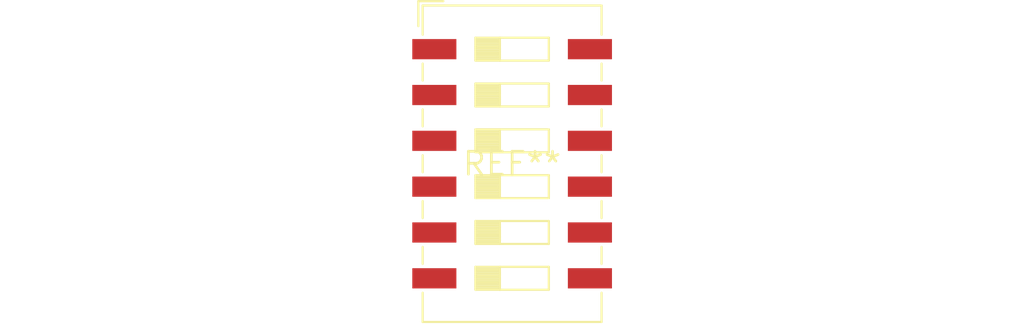
<source format=kicad_pcb>
(kicad_pcb (version 20240108) (generator pcbnew)
  (layers (0 "F.Cu" signal) (31 "B.Cu" signal) (34 "B.Paste" user) (35 "F.Paste" user) (36 "B.SilkS" user "B.Silkscreen") (37 "F.SilkS" user "F.Silkscreen") (38 "B.Mask" user) (39 "F.Mask" user) (44 "Edge.Cuts" user))
  (net 0 "")
  (footprint "SW_DIP_SPSTx06_Slide_9.78x17.42mm_W8.61mm_P2.54mm" (layer "F.Cu") (at 0 0)
    (property "Reference" "REF**")
    (property "Value" "SW_DIP_SPSTx06_Slide_9.78x17.42mm_W8.61mm_P2.54mm")
    (fp_line (start -5.19 -9.01) (end -5.19 -7.627) (layer "F.SilkS") (stroke (width 0.12)))
    (fp_line (start -5.19 -9.01) (end -3.806 -9.01) (layer "F.SilkS") (stroke (width 0.12)))
    (fp_line (start -4.95 -8.77) (end -4.95 -7.15) (layer "F.SilkS") (stroke (width 0.12)))
    (fp_line (start -4.95 -8.77) (end 4.95 -8.77) (layer "F.SilkS") (stroke (width 0.12)))
    (fp_line (start -4.95 -5.55) (end -4.95 -4.61) (layer "F.SilkS") (stroke (width 0.12)))
    (fp_line (start -4.95 -3.01) (end -4.95 -2.07) (layer "F.SilkS") (stroke (width 0.12)))
    (fp_line (start -4.95 -0.47) (end -4.95 0.47) (layer "F.SilkS") (stroke (width 0.12)))
    (fp_line (start -4.95 2.07) (end -4.95 3.01) (layer "F.SilkS") (stroke (width 0.12)))
    (fp_line (start -4.95 4.61) (end -4.95 5.55) (layer "F.SilkS") (stroke (width 0.12)))
    (fp_line (start -4.95 7.15) (end -4.95 8.77) (layer "F.SilkS") (stroke (width 0.12)))
    (fp_line (start -4.95 8.77) (end 4.95 8.77) (layer "F.SilkS") (stroke (width 0.12)))
    (fp_line (start -2.03 -6.985) (end -2.03 -5.715) (layer "F.SilkS") (stroke (width 0.12)))
    (fp_line (start -2.03 -6.865) (end -0.676667 -6.865) (layer "F.SilkS") (stroke (width 0.12)))
    (fp_line (start -2.03 -6.745) (end -0.676667 -6.745) (layer "F.SilkS") (stroke (width 0.12)))
    (fp_line (start -2.03 -6.625) (end -0.676667 -6.625) (layer "F.SilkS") (stroke (width 0.12)))
    (fp_line (start -2.03 -6.505) (end -0.676667 -6.505) (layer "F.SilkS") (stroke (width 0.12)))
    (fp_line (start -2.03 -6.385) (end -0.676667 -6.385) (layer "F.SilkS") (stroke (width 0.12)))
    (fp_line (start -2.03 -6.265) (end -0.676667 -6.265) (layer "F.SilkS") (stroke (width 0.12)))
    (fp_line (start -2.03 -6.145) (end -0.676667 -6.145) (layer "F.SilkS") (stroke (width 0.12)))
    (fp_line (start -2.03 -6.025) (end -0.676667 -6.025) (layer "F.SilkS") (stroke (width 0.12)))
    (fp_line (start -2.03 -5.905) (end -0.676667 -5.905) (layer "F.SilkS") (stroke (width 0.12)))
    (fp_line (start -2.03 -5.785) (end -0.676667 -5.785) (layer "F.SilkS") (stroke (width 0.12)))
    (fp_line (start -2.03 -5.715) (end 2.03 -5.715) (layer "F.SilkS") (stroke (width 0.12)))
    (fp_line (start -2.03 -4.445) (end -2.03 -3.175) (layer "F.SilkS") (stroke (width 0.12)))
    (fp_line (start -2.03 -4.325) (end -0.676667 -4.325) (layer "F.SilkS") (stroke (width 0.12)))
    (fp_line (start -2.03 -4.205) (end -0.676667 -4.205) (layer "F.SilkS") (stroke (width 0.12)))
    (fp_line (start -2.03 -4.085) (end -0.676667 -4.085) (layer "F.SilkS") (stroke (width 0.12)))
    (fp_line (start -2.03 -3.965) (end -0.676667 -3.965) (layer "F.SilkS") (stroke (width 0.12)))
    (fp_line (start -2.03 -3.845) (end -0.676667 -3.845) (layer "F.SilkS") (stroke (width 0.12)))
    (fp_line (start -2.03 -3.725) (end -0.676667 -3.725) (layer "F.SilkS") (stroke (width 0.12)))
    (fp_line (start -2.03 -3.605) (end -0.676667 -3.605) (layer "F.SilkS") (stroke (width 0.12)))
    (fp_line (start -2.03 -3.485) (end -0.676667 -3.485) (layer "F.SilkS") (stroke (width 0.12)))
    (fp_line (start -2.03 -3.365) (end -0.676667 -3.365) (layer "F.SilkS") (stroke (width 0.12)))
    (fp_line (start -2.03 -3.245) (end -0.676667 -3.245) (layer "F.SilkS") (stroke (width 0.12)))
    (fp_line (start -2.03 -3.175) (end 2.03 -3.175) (layer "F.SilkS") (stroke (width 0.12)))
    (fp_line (start -2.03 -1.905) (end -2.03 -0.635) (layer "F.SilkS") (stroke (width 0.12)))
    (fp_line (start -2.03 -1.785) (end -0.676667 -1.785) (layer "F.SilkS") (stroke (width 0.12)))
    (fp_line (start -2.03 -1.665) (end -0.676667 -1.665) (layer "F.SilkS") (stroke (width 0.12)))
    (fp_line (start -2.03 -1.545) (end -0.676667 -1.545) (layer "F.SilkS") (stroke (width 0.12)))
    (fp_line (start -2.03 -1.425) (end -0.676667 -1.425) (layer "F.SilkS") (stroke (width 0.12)))
    (fp_line (start -2.03 -1.305) (end -0.676667 -1.305) (layer "F.SilkS") (stroke (width 0.12)))
    (fp_line (start -2.03 -1.185) (end -0.676667 -1.185) (layer "F.SilkS") (stroke (width 0.12)))
    (fp_line (start -2.03 -1.065) (end -0.676667 -1.065) (layer "F.SilkS") (stroke (width 0.12)))
    (fp_line (start -2.03 -0.945) (end -0.676667 -0.945) (layer "F.SilkS") (stroke (width 0.12)))
    (fp_line (start -2.03 -0.825) (end -0.676667 -0.825) (layer "F.SilkS") (stroke (width 0.12)))
    (fp_line (start -2.03 -0.705) (end -0.676667 -0.705) (layer "F.SilkS") (stroke (width 0.12)))
    (fp_line (start -2.03 -0.635) (end 2.03 -0.635) (layer "F.SilkS") (stroke (width 0.12)))
    (fp_line (start -2.03 0.635) (end -2.03 1.905) (layer "F.SilkS") (stroke (width 0.12)))
    (fp_line (start -2.03 0.755) (end -0.676667 0.755) (layer "F.SilkS") (stroke (width 0.12)))
    (fp_line (start -2.03 0.875) (end -0.676667 0.875) (layer "F.SilkS") (stroke (width 0.12)))
    (fp_line (start -2.03 0.995) (end -0.676667 0.995) (layer "F.SilkS") (stroke (width 0.12)))
    (fp_line (start -2.03 1.115) (end -0.676667 1.115) (layer "F.SilkS") (stroke (width 0.12)))
    (fp_line (start -2.03 1.235) (end -0.676667 1.235) (layer "F.SilkS") (stroke (width 0.12)))
    (fp_line (start -2.03 1.355) (end -0.676667 1.355) (layer "F.SilkS") (stroke (width 0.12)))
    (fp_line (start -2.03 1.475) (end -0.676667 1.475) (layer "F.SilkS") (stroke (width 0.12)))
    (fp_line (start -2.03 1.595) (end -0.676667 1.595) (layer "F.SilkS") (stroke (width 0.12)))
    (fp_line (start -2.03 1.715) (end -0.676667 1.715) (layer "F.SilkS") (stroke (width 0.12)))
    (fp_line (start -2.03 1.835) (end -0.676667 1.835) (layer "F.SilkS") (stroke (width 0.12)))
    (fp_line (start -2.03 1.905) (end 2.03 1.905) (layer "F.SilkS") (stroke (width 0.12)))
    (fp_line (start -2.03 3.175) (end -2.03 4.445) (layer "F.SilkS") (stroke (width 0.12)))
    (fp_line (start -2.03 3.295) (end -0.676667 3.295) (layer "F.SilkS") (stroke (width 0.12)))
    (fp_line (start -2.03 3.415) (end -0.676667 3.415) (layer "F.SilkS") (stroke (width 0.12)))
    (fp_line (start -2.03 3.535) (end -0.676667 3.535) (layer "F.SilkS") (stroke (width 0.12)))
    (fp_line (start -2.03 3.655) (end -0.676667 3.655) (layer "F.SilkS") (stroke (width 0.12)))
    (fp_line (start -2.03 3.775) (end -0.676667 3.775) (layer "F.SilkS") (stroke (width 0.12)))
    (fp_line (start -2.03 3.895) (end -0.676667 3.895) (layer "F.SilkS") (stroke (width 0.12)))
    (fp_line (start -2.03 4.015) (end -0.676667 4.015) (layer "F.SilkS") (stroke (width 0.12)))
    (fp_line (start -2.03 4.135) (end -0.676667 4.135) (layer "F.SilkS") (stroke (width 0.12)))
    (fp_line (start -2.03 4.255) (end -0.676667 4.255) (layer "F.SilkS") (stroke (width 0.12)))
    (fp_line (start -2.03 4.375) (end -0.676667 4.375) (layer "F.SilkS") (stroke (width 0.12)))
    (fp_line (start -2.03 4.445) (end 2.03 4.445) (layer "F.SilkS") (stroke (width 0.12)))
    (fp_line (start -2.03 5.715) (end -2.03 6.985) (layer "F.SilkS") (stroke (width 0.12)))
    (fp_line (start -2.03 5.835) (end -0.676667 5.835) (layer "F.SilkS") (stroke (width 0.12)))
    (fp_line (start -2.03 5.955) (end -0.676667 5.955) (layer "F.SilkS") (stroke (width 0.12)))
    (fp_line (start -2.03 6.075) (end -0.676667 6.075) (layer "F.SilkS") (stroke (width 0.12)))
    (fp_line (start -2.03 6.195) (end -0.676667 6.195) (layer "F.SilkS") (stroke (width 0.12)))
    (fp_line (start -2.03 6.315) (end -0.676667 6.315) (layer "F.SilkS") (stroke (width 0.12)))
    (fp_line (start -2.03 6.435) (end -0.676667 6.435) (layer "F.SilkS") (stroke (width 0.12)))
    (fp_line (start -2.03 6.555) (end -0.676667 6.555) (layer "F.SilkS") (stroke (width 0.12)))
    (fp_line (start -2.03 6.675) (end -0.676667 6.675) (layer "F.SilkS") (stroke (width 0.12)))
    (fp_line (start -2.03 6.795) (end -0.676667 6.795) (layer "F.SilkS") (stroke (width 0.12)))
    (fp_line (start -2.03 6.915) (end -0.676667 6.915) (layer "F.SilkS") (stroke (width 0.12)))
    (fp_line (start -2.03 6.985) (end 2.03 6.985) (layer "F.SilkS") (stroke (width 0.12)))
    (fp_line (start -0.676667 -6.985) (end -0.676667 -5.715) (layer "F.SilkS") (stroke (width 0.12)))
    (fp_line (start -0.676667 -4.445) (end -0.676667 -3.175) (layer "F.SilkS") (stroke (width 0.12)))
    (fp_line (start -0.676667 -1.905) (end -0.676667 -0.635) (layer "F.SilkS") (stroke (width 0.12)))
    (fp_line (start -0.676667 0.635) (end -0.676667 1.905) (layer "F.SilkS") (stroke (width 0.12)))
    (fp_line (start -0.676667 3.175) (end -0.676667 4.445) (layer "F.SilkS") (stroke (width 0.12)))
    (fp_line (start -0.676667 5.715) (end -0.676667 6.985) (layer "F.SilkS") (stroke (width 0.12)))
    (fp_line (start 2.03 -6.985) (end -2.03 -6.985) (layer "F.SilkS") (stroke (width 0.12)))
    (fp_line (start 2.03 -5.715) (end 2.03 -6.985) (layer "F.SilkS") (stroke (width 0.12)))
    (fp_line (start 2.03 -4.445) (end -2.03 -4.445) (layer "F.SilkS") (stroke (width 0.12)))
    (fp_line (start 2.03 -3.175) (end 2.03 -4.445) (layer "F.SilkS") (stroke (width 0.12)))
    (fp_line (start 2.03 -1.905) (end -2.03 -1.905) (layer "F.SilkS") (stroke (width 0.12)))
    (fp_line (start 2.03 -0.635) (end 2.03 -1.905) (layer "F.SilkS") (stroke (width 0.12)))
    (fp_line (start 2.03 0.635) (end -2.03 0.635) (layer "F.SilkS") (stroke (width 0.12)))
    (fp_line (start 2.03 1.905) (end 2.03 0.635) (layer "F.SilkS") (stroke (width 0.12)))
    (fp_line (start 2.03 3.175) (end -2.03 3.175) (layer "F.SilkS") (stroke (width 0.12)))
    (fp_line (start 2.03 4.445) (end 2.03 3.175) (layer "F.SilkS") (stroke (width 0.12)))
    (fp_line (start 2.03 5.715) (end -2.03 5.715) (layer "F.SilkS") (stroke (width 0.12)))
    (fp_line (start 2.03 6.985) (end 2.03 5.715) (layer "F.SilkS") (stroke (width 0.12)))
    (fp_line (start 4.95 -8.77) (end 4.95 -7.15) (layer "F.SilkS") (stroke (width 0.12)))
    (fp_line (start 4.95 -5.55) (end 4.95 -4.61) (layer "F.SilkS") (stroke (width 0.12)))
    (fp_line (start 4.95 -3.01) (end 4.95 -2.07) (layer "F.SilkS") (stroke (width 0.12)))
    (fp_line (start 4.95 -0.47) (end 4.95 0.47) (layer "F.SilkS") (stroke (width 0.12)))
    (fp_line (start 4.95 2.07) (end 4.95 3.01) (layer "F.SilkS") (stroke (width 0.12)))
    (fp_line (start 4.95 4.61) (end 4.95 5.55) (layer "F.SilkS") (stroke (width 0.12)))
    (fp_line (start 4.95 7.15) (end 4.95 8.77) (layer "F.SilkS") (stroke (width 0.12)))
    (pad "1" smd rect (at -4.305 -6.35) (size 2.44 1.12) (layers "F.Cu" "F.Paste" "F.Mask"))
    (pad "2" smd rect (at -4.305 -3.81) (size 2.44 1.12) (layers "F.Cu" "F.Paste" "F.Mask"))
    (pad "3" smd rect (at -4.305 -1.27) (size 2.44 1.12) (layers "F.Cu" "F.Paste" "F.Mask"))
    (pad "4" smd rect (at -4.305 1.27) (size 2.44 1.12) (layers "F.Cu" "F.Paste" "F.Mask"))
    (pad "5" smd rect (at -4.305 3.81) (size 2.44 1.12) (layers "F.Cu" "F.Paste" "F.Mask"))
    (pad "6" smd rect (at -4.305 6.35) (size 2.44 1.12) (layers "F.Cu" "F.Paste" "F.Mask"))
    (pad "7" smd rect (at 4.305 6.35) (size 2.44 1.12) (layers "F.Cu" "F.Paste" "F.Mask"))
    (pad "8" smd rect (at 4.305 3.81) (size 2.44 1.12) (layers "F.Cu" "F.Paste" "F.Mask"))
    (pad "9" smd rect (at 4.305 1.27) (size 2.44 1.12) (layers "F.Cu" "F.Paste" "F.Mask"))
    (pad "10" smd rect (at 4.305 -1.27) (size 2.44 1.12) (layers "F.Cu" "F.Paste" "F.Mask"))
    (pad "11" smd rect (at 4.305 -3.81) (size 2.44 1.12) (layers "F.Cu" "F.Paste" "F.Mask"))
    (pad "12" smd rect (at 4.305 -6.35) (size 2.44 1.12) (layers "F.Cu" "F.Paste" "F.Mask"))
  )
)
</source>
